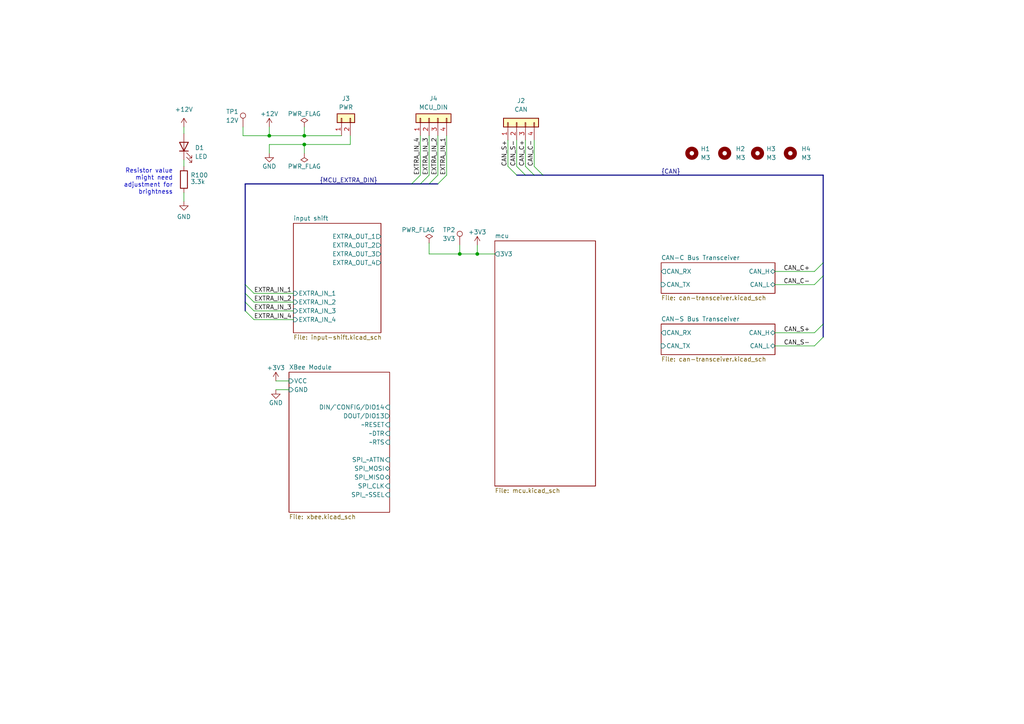
<source format=kicad_sch>
(kicad_sch (version 20211123) (generator eeschema)
  (paper "A4")
  (lib_symbols
    (symbol "Connector:TestPoint" (pin_numbers hide) (pin_names (offset 0.762) hide)
      (property "Reference" "TP" (at 0 6.858 0))
      (property "Value" "TestPoint" (at 0 5.08 0))
      (symbol "TestPoint_0_1"
        (circle (center 0 3.302) (radius 0.762))
      )
      (symbol "TestPoint_1_1"
        (pin passive line (at 0 0 90) (length 2.54) (name "1") (number "1"))
      )
    )
    (symbol "Connector_Generic:Conn_01x02" (pin_names (offset 1.016) hide)
      (property "Reference" "J" (at 0 2.54 0))
      (property "Value" "Conn_01x02" (at 0 -5.08 0))
      (symbol "Conn_01x02_1_1"
        (rectangle (start -1.27 -2.413) (end 0 -2.667) (stroke (width 0.1524)))
        (rectangle (start -1.27 0.127) (end 0 -0.127) (stroke (width 0.1524)))
        (rectangle (start -1.27 1.27) (end 1.27 -3.81) (stroke (width 0.254)) (fill (type background)))
        (pin passive line (at -5.08 0 0) (length 3.81) (name "Pin_1") (number "1"))
        (pin passive line (at -5.08 -2.54 0) (length 3.81) (name "Pin_2") (number "2"))
      )
    )
    (symbol "Connector_Generic:Conn_01x04" (pin_names (offset 1.016) hide)
      (property "Reference" "J" (at 0 5.08 0))
      (property "Value" "Conn_01x04" (at 0 -7.62 0))
      (symbol "Conn_01x04_1_1"
        (rectangle (start -1.27 -4.953) (end 0 -5.207) (stroke (width 0.1524)))
        (rectangle (start -1.27 -2.413) (end 0 -2.667) (stroke (width 0.1524)))
        (rectangle (start -1.27 0.127) (end 0 -0.127) (stroke (width 0.1524)))
        (rectangle (start -1.27 2.667) (end 0 2.413) (stroke (width 0.1524)))
        (rectangle (start -1.27 3.81) (end 1.27 -6.35) (stroke (width 0.254)) (fill (type background)))
        (pin passive line (at -5.08 2.54 0) (length 3.81) (name "Pin_1") (number "1"))
        (pin passive line (at -5.08 0 0) (length 3.81) (name "Pin_2") (number "2"))
        (pin passive line (at -5.08 -2.54 0) (length 3.81) (name "Pin_3") (number "3"))
        (pin passive line (at -5.08 -5.08 0) (length 3.81) (name "Pin_4") (number "4"))
      )
    )
    (symbol "Device:LED" (pin_numbers hide) (pin_names (offset 1.016) hide)
      (property "Reference" "D" (at 0 2.54 0))
      (property "Value" "LED" (at 0 -2.54 0))
      (symbol "LED_0_1"
        (polyline (pts (xy -1.27 -1.27) (xy -1.27 1.27)) (stroke (width 0.254)))
        (polyline (pts (xy -1.27 0) (xy 1.27 0)))
        (polyline (pts (xy 1.27 -1.27) (xy 1.27 1.27) (xy -1.27 0) (xy 1.27 -1.27)) (stroke (width 0.254)))
        (polyline (pts (xy -3.048 -0.762) (xy -4.572 -2.286) (xy -3.81 -2.286) (xy -4.572 -2.286) (xy -4.572 -1.524)))
        (polyline (pts (xy -1.778 -0.762) (xy -3.302 -2.286) (xy -2.54 -2.286) (xy -3.302 -2.286) (xy -3.302 -1.524)))
      )
      (symbol "LED_1_1"
        (pin passive line (at -3.81 0 0) (length 2.54) (name "K") (number "1"))
        (pin passive line (at 3.81 0 180) (length 2.54) (name "A") (number "2"))
      )
    )
    (symbol "Device:R" (pin_numbers hide) (pin_names (offset 0))
      (property "Reference" "R" (at 2.032 0 90))
      (property "Value" "R" (at 0 0 90))
      (symbol "R_0_1"
        (rectangle (start -1.016 -2.54) (end 1.016 2.54) (stroke (width 0.254)))
      )
      (symbol "R_1_1"
        (pin passive line (at 0 3.81 270) (length 1.27) (name "~") (number "1"))
        (pin passive line (at 0 -3.81 90) (length 1.27) (name "~") (number "2"))
      )
    )
    (symbol "Mechanical:MountingHole" (pin_names (offset 1.016))
      (property "Reference" "H" (at 0 5.08 0))
      (property "Value" "MountingHole" (at 0 3.175 0))
      (symbol "MountingHole_0_1"
        (circle (center 0 0) (radius 1.27) (stroke (width 1.27)))
      )
    )
    (symbol "power:+12V" (power) (pin_names (offset 0))
      (property "Value" "+12V" (at 0 3.556 0))
      (symbol "+12V_0_1"
        (polyline (pts (xy -0.762 1.27) (xy 0 2.54)))
        (polyline (pts (xy 0 0) (xy 0 2.54)))
        (polyline (pts (xy 0 2.54) (xy 0.762 1.27)))
      )
      (symbol "+12V_1_1"
        (pin power_in line (at 0 0 90) (length 0) hide (name "+12V") (number "1"))
      )
    )
    (symbol "power:+3V3" (power) (pin_names (offset 0))
      (property "Value" "+3V3" (at 0 3.556 0))
      (symbol "+3V3_0_1"
        (polyline (pts (xy -0.762 1.27) (xy 0 2.54)))
        (polyline (pts (xy 0 0) (xy 0 2.54)))
        (polyline (pts (xy 0 2.54) (xy 0.762 1.27)))
      )
      (symbol "+3V3_1_1"
        (pin power_in line (at 0 0 90) (length 0) hide (name "+3V3") (number "1"))
      )
    )
    (symbol "power:GND" (power) (pin_names (offset 0))
      (property "Value" "GND" (at 0 -3.81 0))
      (symbol "GND_0_1"
        (polyline (pts (xy 0 0) (xy 0 -1.27) (xy 1.27 -1.27) (xy 0 -2.54) (xy -1.27 -1.27) (xy 0 -1.27)))
      )
      (symbol "GND_1_1"
        (pin power_in line (at 0 0 270) (length 0) hide (name "GND") (number "1"))
      )
    )
    (symbol "power:PWR_FLAG" (power) (pin_numbers hide) (pin_names (offset 0) hide)
      (property "Value" "PWR_FLAG" (at 0 3.81 0))
      (symbol "PWR_FLAG_0_0"
        (pin power_out line (at 0 0 90) (length 0) (name "pwr") (number "1"))
      )
      (symbol "PWR_FLAG_0_1"
        (polyline (pts (xy 0 0) (xy 0 1.27) (xy -1.016 1.905) (xy 0 2.54) (xy 1.016 1.905) (xy 0 1.27)))
      )
    )
  )
  (junction (at 78.105 39.37))
  (junction (at 88.265 41.91))
  (junction (at 88.265 39.37))
  (junction (at 138.43 73.66))
  (junction (at 133.35 73.66))
  (bus_entry (at 73.66 85.09) (size -2.54 -2.54))
  (bus_entry (at 129.54 50.8) (size -2.54 2.54))
  (bus_entry (at 121.92 50.8) (size -2.54 2.54))
  (bus_entry (at 127 50.8) (size -2.54 2.54))
  (bus_entry (at 73.66 87.63) (size -2.54 -2.54))
  (bus_entry (at 147.32 48.26) (size 2.54 2.54))
  (bus_entry (at 238.76 93.98) (size -2.54 2.54))
  (bus_entry (at 238.76 97.79) (size -2.54 2.54))
  (bus_entry (at 236.22 78.74) (size 2.54 -2.54))
  (bus_entry (at 236.22 82.55) (size 2.54 -2.54))
  (bus_entry (at 149.86 48.26) (size 2.54 2.54))
  (bus_entry (at 154.94 48.26) (size 2.54 2.54))
  (bus_entry (at 152.4 48.26) (size 2.54 2.54))
  (bus_entry (at 73.66 92.71) (size -2.54 -2.54))
  (bus_entry (at 124.46 50.8) (size -2.54 2.54))
  (bus_entry (at 73.66 90.17) (size -2.54 -2.54))
  (wire (pts (xy 85.09 90.17) (xy 73.66 90.17)))
  (wire (pts (xy 224.79 96.52) (xy 236.22 96.52)))
  (wire (pts (xy 121.92 39.37) (xy 121.92 50.8)))
  (bus (pts (xy 238.76 76.2) (xy 238.76 80.01)))
  (bus (pts (xy 71.12 87.63) (xy 71.12 90.17)))
  (bus (pts (xy 238.76 93.98) (xy 238.76 97.79)))
  (wire (pts (xy 53.34 55.88) (xy 53.34 58.42)))
  (bus (pts (xy 157.48 50.8) (xy 238.76 50.8)))
  (wire (pts (xy 88.265 39.37) (xy 99.06 39.37)))
  (wire (pts (xy 149.86 40.64) (xy 149.86 48.26)))
  (wire (pts (xy 224.79 82.55) (xy 236.22 82.55)))
  (wire (pts (xy 70.485 39.37) (xy 78.105 39.37)))
  (wire (pts (xy 147.32 40.64) (xy 147.32 48.26)))
  (bus (pts (xy 71.12 85.09) (xy 71.12 87.63)))
  (wire (pts (xy 154.94 40.64) (xy 154.94 48.26)))
  (wire (pts (xy 124.46 39.37) (xy 124.46 50.8)))
  (bus (pts (xy 71.12 85.09) (xy 71.12 82.55)))
  (wire (pts (xy 124.46 73.66) (xy 124.46 70.485)))
  (wire (pts (xy 88.265 41.91) (xy 101.6 41.91)))
  (wire (pts (xy 85.09 87.63) (xy 73.66 87.63)))
  (bus (pts (xy 149.86 50.8) (xy 152.4 50.8)))
  (wire (pts (xy 78.105 36.83) (xy 78.105 39.37)))
  (wire (pts (xy 101.6 41.91) (xy 101.6 39.37)))
  (wire (pts (xy 80.01 110.49) (xy 83.82 110.49)))
  (bus (pts (xy 152.4 50.8) (xy 154.94 50.8)))
  (wire (pts (xy 152.4 40.64) (xy 152.4 48.26)))
  (wire (pts (xy 78.105 44.45) (xy 78.105 41.91)))
  (wire (pts (xy 85.09 92.71) (xy 73.66 92.71)))
  (wire (pts (xy 70.485 36.83) (xy 70.485 39.37)))
  (wire (pts (xy 78.105 41.91) (xy 88.265 41.91)))
  (bus (pts (xy 238.76 50.8) (xy 238.76 76.2)))
  (wire (pts (xy 224.79 78.74) (xy 236.22 78.74)))
  (wire (pts (xy 85.09 85.09) (xy 73.66 85.09)))
  (wire (pts (xy 53.34 36.83) (xy 53.34 38.735)))
  (wire (pts (xy 80.01 113.03) (xy 83.82 113.03)))
  (wire (pts (xy 224.79 100.33) (xy 236.22 100.33)))
  (wire (pts (xy 138.43 73.66) (xy 143.51 73.66)))
  (bus (pts (xy 154.94 50.8) (xy 157.48 50.8)))
  (bus (pts (xy 71.12 53.34) (xy 119.38 53.34)))
  (bus (pts (xy 238.76 80.01) (xy 238.76 93.98)))
  (bus (pts (xy 124.46 53.34) (xy 127 53.34)))
  (wire (pts (xy 53.34 46.355) (xy 53.34 48.26)))
  (wire (pts (xy 129.54 39.37) (xy 129.54 50.8)))
  (bus (pts (xy 71.12 82.55) (xy 71.12 53.34)))
  (wire (pts (xy 133.35 73.66) (xy 133.35 71.12)))
  (wire (pts (xy 133.35 73.66) (xy 138.43 73.66)))
  (wire (pts (xy 78.105 39.37) (xy 88.265 39.37)))
  (wire (pts (xy 88.265 36.83) (xy 88.265 39.37)))
  (bus (pts (xy 121.92 53.34) (xy 119.38 53.34)))
  (wire (pts (xy 88.265 41.91) (xy 88.265 44.45)))
  (wire (pts (xy 127 39.37) (xy 127 50.8)))
  (wire (pts (xy 138.43 71.12) (xy 138.43 73.66)))
  (wire (pts (xy 133.35 73.66) (xy 124.46 73.66)))
  (bus (pts (xy 121.92 53.34) (xy 124.46 53.34)))
  (text "Resistor value\nmight need\nadjustment for\nbrightness\n" (at 50.165 56.515 180) (effects (font (size 1.27 1.27)) (justify right bottom)))
  (label "EXTRA_IN_4" (at 73.66 92.71 0))
  (label "EXTRA_IN_3" (at 124.46 50.8 90))
  (label "EXTRA_IN_4" (at 121.92 50.8 90))
  (label "{MCU_EXTRA_DIN}" (at 92.71 53.34 0))
  (label "EXTRA_IN_3" (at 73.66 90.17 0))
  (label "EXTRA_IN_1" (at 73.66 85.09 0))
  (label "CAN_S-" (at 149.86 48.26 90))
  (label "CAN_S-" (at 234.95 100.33 180))
  (label "CAN_C+" (at 234.95 78.74 180))
  (label "EXTRA_IN_2" (at 73.66 87.63 0))
  (label "CAN_S+" (at 147.32 48.26 90))
  (label "CAN_C-" (at 154.94 48.26 90))
  (label "CAN_C-" (at 234.95 82.55 180))
  (label "CAN_S+" (at 234.95 96.52 180))
  (label "{CAN}" (at 191.77 50.8 0))
  (label "EXTRA_IN_2" (at 127 50.8 90))
  (label "EXTRA_IN_1" (at 129.54 50.8 90))
  (label "CAN_C+" (at 152.4 48.26 90))
  (symbol (lib_id "Mechanical:MountingHole") (at 200.66 44.45 0) (unit 1)
    (property "Reference" "H1" (at 203.2 43.1799 0) (effects (justify left)))
    (property "Value" "M3" (at 203.2 45.7199 0) (effects (justify left)))
    (property "Footprint" "MountingHole:MountingHole_3.2mm_M3" (effects hide))
    (property "Optional" "False" (effects hide))
  )
  (symbol (lib_id "Connector_Generic:Conn_01x04") (at 124.46 34.29 90) (unit 1)
    (property "Reference" "J4" (at 125.73 28.575 90))
    (property "Value" "MCU_DIN" (at 125.73 31.115 90))
    (property "Footprint" "Connector_Molex:Molex_Micro-Fit_3.0_43650-0415_1x04_P3.00mm_Vertical" (effects hide))
    (property "Optional" "False" (effects hide))
  )
  (symbol (lib_id "Device:R") (at 53.34 52.07 0) (unit 1)
    (property "Reference" "R100" (at 55.245 50.8 0) (effects (justify left)))
    (property "Value" "3.3k" (at 55.245 52.705 0) (effects (justify left)))
    (property "Footprint" "Resistor_SMD:R_0805_2012Metric_Pad1.20x1.40mm_HandSolder" (effects hide))
    (property "Datasheet" "https://www.mouser.co.uk/datasheet/2/427/tnpw_e3-1761965.pdf" (effects hide))
    (property "Optional" "False" (effects hide))
    (property "Supplier" "Mouser" (effects hide))
  )
  (symbol (lib_id "power:+3V3") (at 138.43 71.12 0) (unit 1)
    (property "Reference" "#PWR0103" (effects hide))
    (property "Value" "+3V3" (at 138.43 67.31 0))
  )
  (symbol (lib_id "power:PWR_FLAG") (at 88.265 44.45 180) (unit 1)
    (property "Reference" "#FLG0101" (effects hide))
    (property "Value" "PWR_FLAG" (at 88.265 48.26 0))
  )
  (symbol (lib_id "Mechanical:MountingHole") (at 219.71 44.45 0) (unit 1)
    (property "Reference" "H3" (at 222.25 43.1799 0) (effects (justify left)))
    (property "Value" "M3" (at 222.25 45.7199 0) (effects (justify left)))
    (property "Footprint" "MountingHole:MountingHole_3.2mm_M3" (effects hide))
    (property "Optional" "False" (effects hide))
  )
  (symbol (lib_id "Mechanical:MountingHole") (at 210.185 44.45 0) (unit 1)
    (property "Reference" "H2" (at 213.36 43.1799 0) (effects (justify left)))
    (property "Value" "M3" (at 213.36 45.7199 0) (effects (justify left)))
    (property "Footprint" "MountingHole:MountingHole_3.2mm_M3" (effects hide))
    (property "Optional" "False" (effects hide))
  )
  (symbol (lib_id "Connector_Generic:Conn_01x02") (at 99.06 34.29 90) (unit 1)
    (property "Reference" "J3" (at 100.33 28.575 90))
    (property "Value" "PWR" (at 100.33 31.115 90))
    (property "Footprint" "Connector_Molex:Molex_Micro-Fit_3.0_43650-0215_1x02_P3.00mm_Vertical" (effects hide))
    (property "Datasheet" "https://www.molex.com/molex/products/part-detail/pcb_headers/0436500215" (effects hide))
    (property "Optional" "False" (effects hide))
  )
  (symbol (lib_id "Connector:TestPoint") (at 70.485 36.83 0) (mirror y) (unit 1)
    (property "Reference" "TP1" (at 69.215 32.385 0) (effects (justify left)))
    (property "Value" "12V" (at 69.215 34.925 0) (effects (justify left)))
    (property "Footprint" "TestPoint:TestPoint_Pad_D1.0mm" (effects hide))
  )
  (symbol (lib_id "Device:LED") (at 53.34 42.545 90) (unit 1)
    (property "Reference" "D1" (at 56.515 42.8624 90) (effects (justify right)))
    (property "Value" "LED" (at 56.515 45.4024 90) (effects (justify right)))
    (property "Footprint" "LED_SMD:LED_0805_2012Metric_Pad1.15x1.40mm_HandSolder" (effects hide))
    (property "Datasheet" "https://www.mouser.co.uk/datasheet/2/180/IN_S85CS5R_V1_0-2258054.pdf" (effects hide))
    (property "Supplier" "Mouser" (effects hide))
    (property "Order Code" "743-IN-S85CS5R" (effects hide))
    (property "Optional" "False" (effects hide))
  )
  (symbol (lib_id "Connector_Generic:Conn_01x04") (at 149.86 35.56 90) (unit 1)
    (property "Reference" "J2" (at 151.13 29.21 90))
    (property "Value" "CAN" (at 151.13 31.75 90))
    (property "Footprint" "Connector_Molex:Molex_Micro-Fit_3.0_43650-0415_1x04_P3.00mm_Vertical" (effects hide))
  )
  (symbol (lib_id "power:GND") (at 53.34 58.42 0) (unit 1)
    (property "Reference" "#PWR0117" (effects hide))
    (property "Value" "GND" (at 53.34 62.865 0))
  )
  (symbol (lib_id "power:+3V3") (at 80.01 110.49 0) (unit 1)
    (property "Reference" "#PWR0105" (effects hide))
    (property "Value" "+3V3" (at 80.01 106.68 0))
  )
  (symbol (lib_id "power:GND") (at 78.105 44.45 0) (unit 1)
    (property "Reference" "#PWR0102" (effects hide))
    (property "Value" "GND" (at 78.105 48.26 0))
  )
  (symbol (lib_id "Mechanical:MountingHole") (at 229.235 44.45 0) (unit 1)
    (property "Reference" "H4" (at 232.41 43.1799 0) (effects (justify left)))
    (property "Value" "M3" (at 232.41 45.7199 0) (effects (justify left)))
    (property "Footprint" "MountingHole:MountingHole_3.2mm_M3" (effects hide))
    (property "Optional" "False" (effects hide))
  )
  (symbol (lib_id "Connector:TestPoint") (at 133.35 71.12 0) (mirror y) (unit 1)
    (property "Reference" "TP2" (at 132.08 66.675 0) (effects (justify left)))
    (property "Value" "3V3" (at 132.08 69.215 0) (effects (justify left)))
    (property "Footprint" "TestPoint:TestPoint_Pad_D1.0mm" (effects hide))
  )
  (symbol (lib_id "power:GND") (at 80.01 113.03 0) (unit 1)
    (property "Reference" "#PWR0104" (effects hide))
    (property "Value" "GND" (at 80.01 116.84 0))
  )
  (symbol (lib_id "power:PWR_FLAG") (at 88.265 36.83 0) (unit 1)
    (property "Reference" "#FLG0103" (effects hide))
    (property "Value" "PWR_FLAG" (at 88.265 33.02 0))
  )
  (symbol (lib_id "power:+12V") (at 78.105 36.83 0) (unit 1)
    (property "Reference" "#PWR0101" (effects hide))
    (property "Value" "+12V" (at 78.105 33.02 0))
  )
  (symbol (lib_id "power:+12V") (at 53.34 36.83 0) (unit 1)
    (property "Reference" "#PWR0116" (effects hide))
    (property "Value" "+12V" (at 53.34 31.75 0))
  )
  (symbol (lib_id "power:PWR_FLAG") (at 124.46 70.485 0) (unit 1)
    (property "Reference" "#FLG0102" (effects hide))
    (property "Value" "PWR_FLAG" (at 121.285 66.675 0))
  )
  (sheet (at 143.51 69.85) (size 29.21 71.12) (stroke (width 0.1524))
    (property "Sheet name" "mcu" (at 143.51 69.1384 0) (effects (justify left bottom)))
    (property "Sheet file" "mcu.kicad_sch" (at 143.51 141.5546 0) (effects (justify left top)))
    (pin "3V3" output (at 143.51 73.66 180))
  )
  (sheet (at 85.09 64.77) (size 25.4 31.75) (stroke (width 0.1524))
    (property "Sheet name" "input shift" (at 85.09 64.0584 0) (effects (justify left bottom)))
    (property "Sheet file" "input-shift.kicad_sch" (at 85.09 97.1046 0) (effects (justify left top)))
    (pin "EXTRA_OUT_1" output (at 110.49 68.58 0))
    (pin "EXTRA_OUT_2" output (at 110.49 71.12 0))
    (pin "EXTRA_IN_1" input (at 85.09 85.09 180))
    (pin "EXTRA_IN_2" input (at 85.09 87.63 180))
    (pin "EXTRA_OUT_4" output (at 110.49 76.2 0))
    (pin "EXTRA_OUT_3" output (at 110.49 73.66 0))
    (pin "EXTRA_IN_4" input (at 85.09 92.71 180))
    (pin "EXTRA_IN_3" input (at 85.09 90.17 180))
  )
  (sheet (at 191.77 93.98) (size 33.02 8.89) (stroke (width 0.1524))
    (property "Sheet name" "CAN-S Bus Transceiver" (at 191.77 93.2684 0) (effects (justify left bottom)))
    (property "Sheet file" "can-transceiver.kicad_sch" (at 191.77 103.4546 0) (effects (justify left top)))
    (pin "CAN_H" bidirectional (at 224.79 96.52 0))
    (pin "CAN_L" bidirectional (at 224.79 100.33 0))
    (pin "CAN_RX" output (at 191.77 96.52 180))
    (pin "CAN_TX" input (at 191.77 100.33 180))
  )
  (sheet (at 191.77 76.2) (size 33.02 8.89) (stroke (width 0.1524))
    (property "Sheet name" "CAN-C Bus Transceiver" (at 191.77 75.4884 0) (effects (justify left bottom)))
    (property "Sheet file" "can-transceiver.kicad_sch" (at 191.77 85.6746 0) (effects (justify left top)))
    (pin "CAN_H" bidirectional (at 224.79 78.74 0))
    (pin "CAN_L" bidirectional (at 224.79 82.55 0))
    (pin "CAN_RX" output (at 191.77 78.74 180))
    (pin "CAN_TX" input (at 191.77 82.55 180))
  )
  (sheet (at 83.82 107.95) (size 29.21 40.64) (stroke (width 0.1524))
    (property "Sheet name" "XBee Module" (at 83.82 107.2384 0) (effects (justify left bottom)))
    (property "Sheet file" "xbee.kicad_sch" (at 83.82 149.1746 0) (effects (justify left top)))
    (pin "SPI_~ATTN" input (at 113.03 133.35 0))
    (pin "VCC" input (at 83.82 110.49 180))
    (pin "DOUT{slash}DIO13" output (at 113.03 120.65 0))
    (pin "SPI_MOSI" bidirectional (at 113.03 135.89 0))
    (pin "DIN{slash}`CONFIG{slash}DIO14" input (at 113.03 118.11 0))
    (pin "GND" input (at 83.82 113.03 180))
    (pin "~RESET" input (at 113.03 123.19 0))
    (pin "SPI_MISO" bidirectional (at 113.03 138.43 0))
    (pin "~RTS" input (at 113.03 128.27 0))
    (pin "SPI_CLK" input (at 113.03 140.97 0))
    (pin "SPI_~SSEL" input (at 113.03 143.51 0))
    (pin "~DTR" input (at 113.03 125.73 0))
  )
)
</source>
